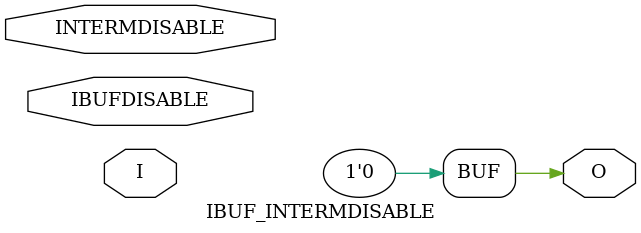
<source format=v>
module IBUF_INTERMDISABLE(	// file.cleaned.mlir:2:3
  input  I,	// file.cleaned.mlir:2:36
         IBUFDISABLE,	// file.cleaned.mlir:2:48
         INTERMDISABLE,	// file.cleaned.mlir:2:70
  output O	// file.cleaned.mlir:2:95
);

  assign O = 1'h0;	// file.cleaned.mlir:3:14, :4:5
endmodule


</source>
